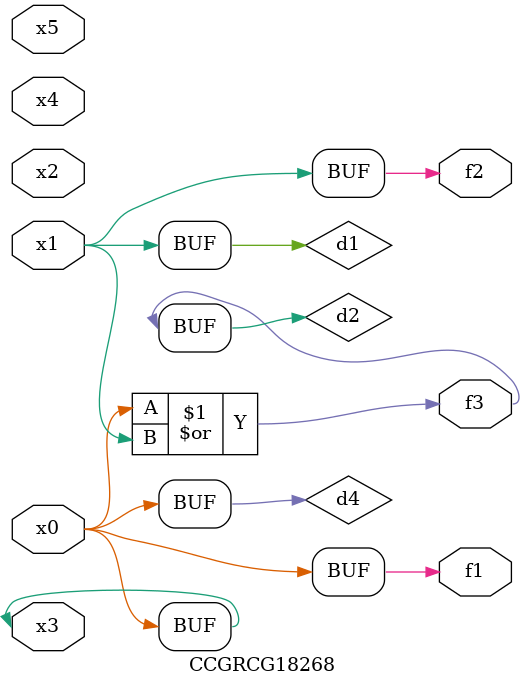
<source format=v>
module CCGRCG18268(
	input x0, x1, x2, x3, x4, x5,
	output f1, f2, f3
);

	wire d1, d2, d3, d4;

	and (d1, x1);
	or (d2, x0, x1);
	nand (d3, x0, x5);
	buf (d4, x0, x3);
	assign f1 = d4;
	assign f2 = d1;
	assign f3 = d2;
endmodule

</source>
